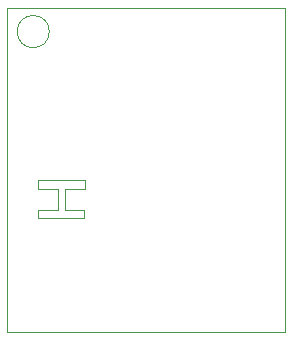
<source format=gbr>
%TF.GenerationSoftware,KiCad,Pcbnew,8.0.6*%
%TF.CreationDate,2024-10-20T10:25:28-03:00*%
%TF.ProjectId,keychain-thermometer,6b657963-6861-4696-9e2d-746865726d6f,rev?*%
%TF.SameCoordinates,Original*%
%TF.FileFunction,Profile,NP*%
%FSLAX46Y46*%
G04 Gerber Fmt 4.6, Leading zero omitted, Abs format (unit mm)*
G04 Created by KiCad (PCBNEW 8.0.6) date 2024-10-20 10:25:28*
%MOMM*%
%LPD*%
G01*
G04 APERTURE LIST*
%TA.AperFunction,Profile*%
%ADD10C,0.050000*%
%TD*%
G04 APERTURE END LIST*
D10*
X70000000Y-58800000D02*
X70000000Y-59500000D01*
X67700000Y-61300000D02*
X67700000Y-59500000D01*
X70000000Y-59500000D02*
X68300000Y-59500000D01*
X68300000Y-61300000D02*
X69900000Y-61300000D01*
X67700000Y-59500000D02*
X66000000Y-59500000D01*
X68300000Y-59500000D02*
X68300000Y-61300000D01*
X69900000Y-62000000D02*
X66000000Y-62000000D01*
X69900000Y-61300000D02*
X69900000Y-62000000D01*
X66000000Y-59500000D02*
X66000000Y-58800000D01*
X66000000Y-61300000D02*
X67700000Y-61300000D01*
X63400000Y-44200000D02*
X86900000Y-44200000D01*
X86900000Y-71600000D01*
X63400000Y-71600000D01*
X63400000Y-44200000D01*
X66000000Y-58800000D02*
X70000000Y-58800000D01*
X66960147Y-46200000D02*
G75*
G02*
X64239853Y-46200000I-1360147J0D01*
G01*
X64239853Y-46200000D02*
G75*
G02*
X66960147Y-46200000I1360147J0D01*
G01*
X66000000Y-62000000D02*
X66000000Y-61300000D01*
M02*

</source>
